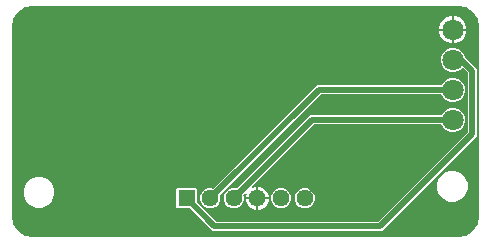
<source format=gbl>
G04 EAGLE Gerber RS-274X export*
G75*
%MOMM*%
%FSLAX34Y34*%
%LPD*%
%INBottom Copper*%
%IPPOS*%
%AMOC8*
5,1,8,0,0,1.08239X$1,22.5*%
G01*
G04 Define Apertures*
%ADD10C,1.800000*%
%ADD11R,1.440000X1.440000*%
%ADD12C,1.440000*%
%ADD13C,0.508000*%
%ADD14C,0.502400*%
G36*
X180149Y-197985D02*
X180000Y-198000D01*
X-180000Y-198000D01*
X-180149Y-197985D01*
X-186745Y-196673D01*
X-187020Y-196559D01*
X-192612Y-192823D01*
X-192823Y-192612D01*
X-196559Y-187020D01*
X-196673Y-186745D01*
X-197985Y-180149D01*
X-198000Y-180000D01*
X-198000Y-20000D01*
X-197985Y-19851D01*
X-196673Y-13255D01*
X-196559Y-12980D01*
X-192823Y-7388D01*
X-192612Y-7177D01*
X-187020Y-3441D01*
X-186745Y-3327D01*
X-180149Y-2015D01*
X-180000Y-2000D01*
X180000Y-2000D01*
X180149Y-2015D01*
X186745Y-3327D01*
X187020Y-3441D01*
X192612Y-7177D01*
X192823Y-7388D01*
X196559Y-12980D01*
X196673Y-13255D01*
X197985Y-19851D01*
X198000Y-20000D01*
X198000Y-180000D01*
X197985Y-180149D01*
X196673Y-186745D01*
X196559Y-187020D01*
X192823Y-192612D01*
X192612Y-192823D01*
X187020Y-196559D01*
X186745Y-196673D01*
X180149Y-197985D01*
G37*
%LPC*%
G36*
X163960Y-21638D02*
X174738Y-21638D01*
X174738Y-10860D01*
X173205Y-10860D01*
X168963Y-12617D01*
X165717Y-15863D01*
X163960Y-20105D01*
X163960Y-21638D01*
G37*
G36*
X176262Y-21638D02*
X187040Y-21638D01*
X187040Y-20105D01*
X185283Y-15863D01*
X182037Y-12617D01*
X177795Y-10860D01*
X176262Y-10860D01*
X176262Y-21638D01*
G37*
G36*
X176262Y-33940D02*
X177795Y-33940D01*
X182037Y-32183D01*
X185283Y-28937D01*
X187040Y-24695D01*
X187040Y-23162D01*
X176262Y-23162D01*
X176262Y-33940D01*
G37*
G36*
X173205Y-33940D02*
X174738Y-33940D01*
X174738Y-23162D01*
X163960Y-23162D01*
X163960Y-24695D01*
X165717Y-28937D01*
X168963Y-32183D01*
X173205Y-33940D01*
G37*
G36*
X-27878Y-192610D02*
X115278Y-192610D01*
X195810Y-112078D01*
X195810Y-55522D01*
X185683Y-45394D01*
X185517Y-45147D01*
X184206Y-41983D01*
X181318Y-39094D01*
X177543Y-37530D01*
X173457Y-37530D01*
X169683Y-39094D01*
X166794Y-41983D01*
X165230Y-45757D01*
X165230Y-49843D01*
X166794Y-53618D01*
X169683Y-56506D01*
X173457Y-58070D01*
X177543Y-58070D01*
X181318Y-56506D01*
X183129Y-54695D01*
X183360Y-54537D01*
X183656Y-54472D01*
X183954Y-54527D01*
X184207Y-54695D01*
X187967Y-58455D01*
X188130Y-58697D01*
X188190Y-58994D01*
X188190Y-108606D01*
X188134Y-108892D01*
X187967Y-109145D01*
X112345Y-184767D01*
X112103Y-184930D01*
X111806Y-184990D01*
X-24406Y-184990D01*
X-24692Y-184934D01*
X-24945Y-184767D01*
X-41307Y-168405D01*
X-41470Y-168163D01*
X-41530Y-167866D01*
X-41530Y-157374D01*
X-42274Y-156630D01*
X-57726Y-156630D01*
X-58470Y-157374D01*
X-58470Y-172826D01*
X-57726Y-173570D01*
X-47234Y-173570D01*
X-46948Y-173626D01*
X-46695Y-173793D01*
X-27878Y-192610D01*
G37*
G36*
X-31685Y-173570D02*
X-28315Y-173570D01*
X-25202Y-172281D01*
X-22820Y-169898D01*
X-21530Y-166785D01*
X-21530Y-163415D01*
X-21744Y-162898D01*
X-21802Y-162618D01*
X-21747Y-162320D01*
X-21579Y-162067D01*
X63255Y-77233D01*
X63497Y-77070D01*
X63794Y-77010D01*
X165453Y-77010D01*
X165733Y-77063D01*
X165987Y-77229D01*
X166157Y-77480D01*
X166794Y-79018D01*
X169683Y-81906D01*
X173457Y-83470D01*
X177543Y-83470D01*
X181318Y-81906D01*
X184206Y-79018D01*
X185770Y-75243D01*
X185770Y-71157D01*
X184206Y-67383D01*
X181318Y-64494D01*
X177543Y-62930D01*
X173457Y-62930D01*
X169683Y-64494D01*
X166794Y-67383D01*
X166157Y-68920D01*
X166000Y-69158D01*
X165750Y-69330D01*
X165453Y-69390D01*
X60322Y-69390D01*
X-26967Y-156679D01*
X-27203Y-156840D01*
X-27500Y-156902D01*
X-27798Y-156844D01*
X-28315Y-156630D01*
X-31685Y-156630D01*
X-34798Y-157920D01*
X-37181Y-160302D01*
X-38470Y-163415D01*
X-38470Y-166785D01*
X-37181Y-169898D01*
X-34798Y-172281D01*
X-31685Y-173570D01*
G37*
G36*
X-11685Y-173570D02*
X-8315Y-173570D01*
X-5202Y-172281D01*
X-2820Y-169898D01*
X-1530Y-166785D01*
X-1530Y-163415D01*
X-1744Y-162898D01*
X-1802Y-162618D01*
X-1747Y-162320D01*
X-1579Y-162067D01*
X-374Y-160862D01*
X-160Y-160712D01*
X135Y-160639D01*
X434Y-160688D01*
X691Y-160849D01*
X864Y-161098D01*
X927Y-161395D01*
X869Y-161692D01*
X260Y-163163D01*
X260Y-164338D01*
X9238Y-164338D01*
X9238Y-155360D01*
X8063Y-155360D01*
X6592Y-155969D01*
X6337Y-156026D01*
X6038Y-155980D01*
X5779Y-155821D01*
X5604Y-155573D01*
X5539Y-155277D01*
X5595Y-154979D01*
X5762Y-154726D01*
X57855Y-102633D01*
X58097Y-102470D01*
X58394Y-102410D01*
X165453Y-102410D01*
X165733Y-102463D01*
X165987Y-102629D01*
X166157Y-102880D01*
X166794Y-104418D01*
X169683Y-107306D01*
X173457Y-108870D01*
X177543Y-108870D01*
X181318Y-107306D01*
X184206Y-104418D01*
X185770Y-100643D01*
X185770Y-96557D01*
X184206Y-92783D01*
X181318Y-89894D01*
X177543Y-88330D01*
X173457Y-88330D01*
X169683Y-89894D01*
X166794Y-92783D01*
X166157Y-94320D01*
X166000Y-94558D01*
X165750Y-94730D01*
X165453Y-94790D01*
X54922Y-94790D01*
X-6967Y-156679D01*
X-7203Y-156840D01*
X-7500Y-156902D01*
X-7798Y-156844D01*
X-8315Y-156630D01*
X-11685Y-156630D01*
X-14798Y-157920D01*
X-17181Y-160302D01*
X-18470Y-163415D01*
X-18470Y-166785D01*
X-17181Y-169898D01*
X-14798Y-172281D01*
X-11685Y-173570D01*
G37*
G36*
X172414Y-168000D02*
X177586Y-168000D01*
X182364Y-166021D01*
X186021Y-162364D01*
X188000Y-157586D01*
X188000Y-152414D01*
X186021Y-147636D01*
X182364Y-143979D01*
X177586Y-142000D01*
X172414Y-142000D01*
X167636Y-143979D01*
X163979Y-147636D01*
X162000Y-152414D01*
X162000Y-157586D01*
X163979Y-162364D01*
X167636Y-166021D01*
X172414Y-168000D01*
G37*
G36*
X-177586Y-173000D02*
X-172414Y-173000D01*
X-167636Y-171021D01*
X-163979Y-167364D01*
X-162000Y-162586D01*
X-162000Y-157414D01*
X-163979Y-152636D01*
X-167636Y-148979D01*
X-172414Y-147000D01*
X-177586Y-147000D01*
X-182364Y-148979D01*
X-186021Y-152636D01*
X-188000Y-157414D01*
X-188000Y-162586D01*
X-186021Y-167364D01*
X-182364Y-171021D01*
X-177586Y-173000D01*
G37*
G36*
X10762Y-164338D02*
X19740Y-164338D01*
X19740Y-163163D01*
X18257Y-159583D01*
X15517Y-156843D01*
X11937Y-155360D01*
X10762Y-155360D01*
X10762Y-164338D01*
G37*
G36*
X48315Y-173570D02*
X51685Y-173570D01*
X54798Y-172281D01*
X57181Y-169898D01*
X58470Y-166785D01*
X58470Y-163415D01*
X57181Y-160302D01*
X54798Y-157920D01*
X51685Y-156630D01*
X48315Y-156630D01*
X45202Y-157920D01*
X42820Y-160302D01*
X41530Y-163415D01*
X41530Y-166785D01*
X42820Y-169898D01*
X45202Y-172281D01*
X48315Y-173570D01*
G37*
G36*
X28315Y-173570D02*
X31685Y-173570D01*
X34798Y-172281D01*
X37181Y-169898D01*
X38470Y-166785D01*
X38470Y-163415D01*
X37181Y-160302D01*
X34798Y-157920D01*
X31685Y-156630D01*
X28315Y-156630D01*
X25202Y-157920D01*
X22820Y-160302D01*
X21530Y-163415D01*
X21530Y-166785D01*
X22820Y-169898D01*
X25202Y-172281D01*
X28315Y-173570D01*
G37*
G36*
X10762Y-174840D02*
X11937Y-174840D01*
X15517Y-173357D01*
X18257Y-170617D01*
X19740Y-167037D01*
X19740Y-165862D01*
X10762Y-165862D01*
X10762Y-174840D01*
G37*
G36*
X8063Y-174840D02*
X9238Y-174840D01*
X9238Y-165862D01*
X260Y-165862D01*
X260Y-167037D01*
X1743Y-170617D01*
X4483Y-173357D01*
X8063Y-174840D01*
G37*
%LPD*%
D10*
X175500Y-22400D03*
X175500Y-47800D03*
X175500Y-73200D03*
X175500Y-98600D03*
D11*
X-50000Y-165100D03*
D12*
X-30000Y-165100D03*
X-10000Y-165100D03*
X10000Y-165100D03*
X30000Y-165100D03*
X50000Y-165100D03*
D13*
X-26300Y-188800D02*
X-50000Y-165100D01*
X-26300Y-188800D02*
X109500Y-188800D01*
X113700Y-188800D01*
X188100Y-114400D01*
X192000Y-110500D01*
X192000Y-57100D01*
X182700Y-47800D01*
X175500Y-47800D01*
D14*
X-185000Y-15000D03*
X-180000Y-180000D03*
X180000Y-180000D03*
X140000Y-35000D03*
X-145000Y-40000D03*
X-150000Y-10000D03*
X-100000Y-145000D03*
X10000Y-180000D03*
X105000Y-130000D03*
X100000Y-30000D03*
D13*
X61900Y-73200D02*
X-30000Y-165100D01*
X61900Y-73200D02*
X175500Y-73200D01*
X56500Y-98600D02*
X-10000Y-165100D01*
X56500Y-98600D02*
X175500Y-98600D01*
M02*

</source>
